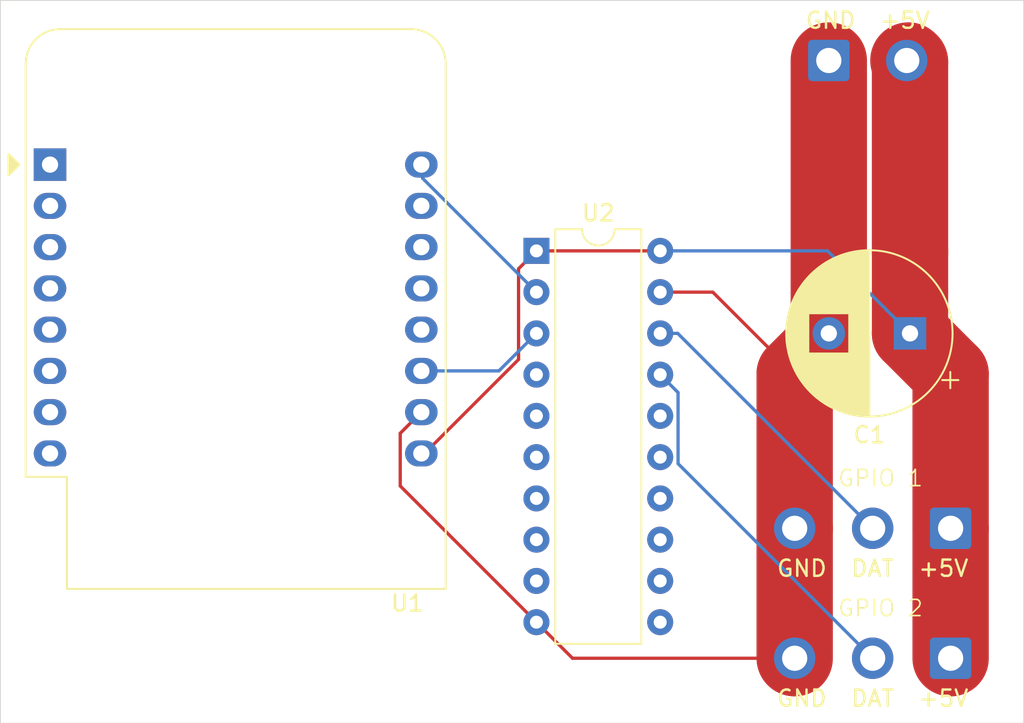
<source format=kicad_pcb>
(kicad_pcb (version 20240108) (generator "pcbnew") (generator_version "8.0")
  (title_block (comment 4 "AISLER Project ID: MOQZWDAF"))
  (layers (0 "F.Cu" signal) (31 "B.Cu" signal) (34 "B.Paste" user) (35 "F.Paste" user) (36 "B.SilkS" user "B.Silkscreen") (37 "F.SilkS" user "F.Silkscreen") (38 "B.Mask" user) (39 "F.Mask" user) (44 "Edge.Cuts" user))
  (net 0 "")
  (net 1 "+5VD")
  (net 2 "GND")
  (net 8 "Net-(U1-D4)")
  (net 27 "Net-(LED-GPIO1-Pin_2)")
  (net 28 "Net-(LED-GPIO2-Pin_2)")
  (net 30 "Net-(U1-TX)")
  (footprint "Module:WEMOS_D1_mini_light" (layer "F.Cu") (at 77.055 63.11)
    (property "Reference" "U1" (at 22 27 0) (layer "F.SilkS"))
    (property "Value" "WeMos_D1_mini")
    (fp_line (start -1.5 19.22) (end -1.5 -6.21) (stroke (width 0.12)) (layer "F.SilkS"))
    (fp_line (start -1.5 19.22) (end 1.04 19.22) (stroke (width 0.12)) (layer "F.SilkS"))
    (fp_line (start 1.04 19.22) (end 1.04 26.12) (stroke (width 0.12)) (layer "F.SilkS"))
    (fp_line (start 1.04 26.12) (end 24.36 26.12) (stroke (width 0.12)) (layer "F.SilkS"))
    (fp_line (start 22.24 -8.34) (end 0.63 -8.34) (stroke (width 0.12)) (layer "F.SilkS"))
    (fp_line (start 24.36 26.12) (end 24.36 -6.21) (stroke (width 0.12)) (layer "F.SilkS"))
    (fp_arc (start -1.5 -6.21) (mid -0.876137 -7.716137) (end 0.63 -8.34) (stroke (width 0.12)) (layer "F.SilkS"))
    (fp_arc (start 22.23 -8.34) (mid 23.736137 -7.716137) (end 24.36 -6.21) (stroke (width 0.12)) (layer "F.SilkS"))
    (fp_poly (pts (xy -2.54 -0.635) (xy -2.54 0.635) (xy -1.905 0)) (stroke (width 0.15)) (fill solid) (layer "F.SilkS"))
    (pad "1" thru_hole rect (at 0 0) (size 2 2) (drill 1) (layers "*.Cu" "*.Mask"))
    (pad "2" thru_hole oval (at 0 2.54) (size 2 1.6) (drill 1) (layers "*.Cu" "*.Mask"))
    (pad "3" thru_hole oval (at 0 5.08) (size 2 1.6) (drill 1) (layers "*.Cu" "*.Mask"))
    (pad "4" thru_hole oval (at 0 7.62) (size 2 1.6) (drill 1) (layers "*.Cu" "*.Mask"))
    (pad "5" thru_hole oval (at 0 10.16) (size 2 1.6) (drill 1) (layers "*.Cu" "*.Mask"))
    (pad "6" thru_hole oval (at 0 12.7) (size 2 1.6) (drill 1) (layers "*.Cu" "*.Mask"))
    (pad "7" thru_hole oval (at 0 15.24) (size 2 1.6) (drill 1) (layers "*.Cu" "*.Mask"))
    (pad "8" thru_hole oval (at 0 17.78) (size 2 1.6) (drill 1) (layers "*.Cu" "*.Mask"))
    (pad "9" thru_hole oval (at 22.86 17.78) (size 2 1.6) (drill 1) (layers "*.Cu" "*.Mask") (net 1 "+5VD"))
    (pad "10" thru_hole oval (at 22.86 15.24) (size 2 1.6) (drill 1) (layers "*.Cu" "*.Mask") (net 2 "GND"))
    (pad "11" thru_hole oval (at 22.86 12.7) (size 2 1.6) (drill 1) (layers "*.Cu" "*.Mask") (net 8 "Net-(U1-D4)"))
    (pad "12" thru_hole oval (at 22.86 10.16) (size 2 1.6) (drill 1) (layers "*.Cu" "*.Mask"))
    (pad "13" thru_hole oval (at 22.86 7.62) (size 2 1.6) (drill 1) (layers "*.Cu" "*.Mask"))
    (pad "14" thru_hole oval (at 22.86 5.08) (size 2 1.6) (drill 1) (layers "*.Cu" "*.Mask"))
    (pad "15" thru_hole oval (at 22.86 2.54) (size 2 1.6) (drill 1) (layers "*.Cu" "*.Mask"))
    (pad "16" thru_hole oval (at 22.86 0) (size 2 1.6) (drill 1) (layers "*.Cu" "*.Mask") (net 30 "Net-(U1-TX)"))
  )
  (footprint "Connector_Wire:SolderWire-0.75sqmm_1x03_P4.8mm_D1.25mm_OD2.3mm" (layer "F.Cu") (at 132.5 93.5 180)
    (property "Reference" "GND  DAT  +5V" (at 4.8 -2.47 0) (layer "F.SilkS"))
    (property "Value" "Conn_01x03_Socket")
    (pad "1" thru_hole roundrect (at 0 0 180) (size 2.55 2.55) (drill 1.55) (layers "*.Cu" "*.Mask") (roundrect_rratio 0.098039) (net 1 "+5VD"))
    (pad "2" thru_hole circle (at 4.8 0 180) (size 2.55 2.55) (drill 1.55) (layers "*.Cu" "*.Mask") (net 28 "Net-(LED-GPIO2-Pin_2)"))
    (pad "3" thru_hole circle (at 9.6 0 180) (size 2.55 2.55) (drill 1.55) (layers "*.Cu" "*.Mask") (net 2 "GND"))
  )
  (footprint "Capacitor_THT:CP_Radial_D10.0mm_P5.00mm" (layer "F.Cu") (at 130 73.5 180)
    (property "Reference" "C1" (at 2.5 -6.25 360) (layer "F.SilkS"))
    (property "Value" "1000µF")
    (fp_line (start 7.581 -0.599) (end 7.581 0.599) (stroke (width 0.12)) (layer "F.SilkS"))
    (fp_line (start 7.541 -0.862) (end 7.541 0.862) (stroke (width 0.12)) (layer "F.SilkS"))
    (fp_line (start 7.501 -1.062) (end 7.501 1.062) (stroke (width 0.12)) (layer "F.SilkS"))
    (fp_line (start 7.461 -1.23) (end 7.461 1.23) (stroke (width 0.12)) (layer "F.SilkS"))
    (fp_line (start 7.421 -1.378) (end 7.421 1.378) (stroke (width 0.12)) (layer "F.SilkS"))
    (fp_line (start 7.381 -1.51) (end 7.381 1.51) (stroke (width 0.12)) (layer "F.SilkS"))
    (fp_line (start 7.341 -1.63) (end 7.341 1.63) (stroke (width 0.12)) (layer "F.SilkS"))
    (fp_line (start 7.301 -1.742) (end 7.301 1.742) (stroke (width 0.12)) (layer "F.SilkS"))
    (fp_line (start 7.261 -1.846) (end 7.261 1.846) (stroke (width 0.12)) (layer "F.SilkS"))
    (fp_line (start 7.221 -1.944) (end 7.221 1.944) (stroke (width 0.12)) (layer "F.SilkS"))
    (fp_line (start 7.181 -2.037) (end 7.181 2.037) (stroke (width 0.12)) (layer "F.SilkS"))
    (fp_line (start 7.141 -2.125) (end 7.141 2.125) (stroke (width 0.12)) (layer "F.SilkS"))
    (fp_line (start 7.101 -2.209) (end 7.101 2.209) (stroke (width 0.12)) (layer "F.SilkS"))
    (fp_line (start 7.061 -2.289) (end 7.061 2.289) (stroke (width 0.12)) (layer "F.SilkS"))
    (fp_line (start 7.021 -2.365) (end 7.021 2.365) (stroke (width 0.12)) (layer "F.SilkS"))
    (fp_line (start 6.981 -2.439) (end 6.981 2.439) (stroke (width 0.12)) (layer "F.SilkS"))
    (fp_line (start 6.941 -2.51) (end 6.941 2.51) (stroke (width 0.12)) (layer "F.SilkS"))
    (fp_line (start 6.901 -2.579) (end 6.901 2.579) (stroke (width 0.12)) (layer "F.SilkS"))
    (fp_line (start 6.861 -2.645) (end 6.861 2.645) (stroke (width 0.12)) (layer "F.SilkS"))
    (fp_line (start 6.821 -2.709) (end 6.821 2.709) (stroke (width 0.12)) (layer "F.SilkS"))
    (fp_line (start 6.781 -2.77) (end 6.781 2.77) (stroke (width 0.12)) (layer "F.SilkS"))
    (fp_line (start 6.741 -2.83) (end 6.741 2.83) (stroke (width 0.12)) (layer "F.SilkS"))
    (fp_line (start 6.701 -2.889) (end 6.701 2.889) (stroke (width 0.12)) (layer "F.SilkS"))
    (fp_line (start 6.661 -2.945) (end 6.661 2.945) (stroke (width 0.12)) (layer "F.SilkS"))
    (fp_line (start 6.621 -3) (end 6.621 3) (stroke (width 0.12)) (layer "F.SilkS"))
    (fp_line (start 6.581 -3.054) (end 6.581 3.054) (stroke (width 0.12)) (layer "F.SilkS"))
    (fp_line (start 6.541 -3.106) (end 6.541 3.106) (stroke (width 0.12)) (layer "F.SilkS"))
    (fp_line (start 6.501 -3.156) (end 6.501 3.156) (stroke (width 0.12)) (layer "F.SilkS"))
    (fp_line (start 6.461 -3.206) (end 6.461 3.206) (stroke (width 0.12)) (layer "F.SilkS"))
    (fp_line (start 6.421 -3.254) (end 6.421 3.254) (stroke (width 0.12)) (layer "F.SilkS"))
    (fp_line (start 6.381 -3.301) (end 6.381 3.301) (stroke (width 0.12)) (layer "F.SilkS"))
    (fp_line (start 6.341 -3.347) (end 6.341 3.347) (stroke (width 0.12)) (layer "F.SilkS"))
    (fp_line (start 6.301 -3.392) (end 6.301 3.392) (stroke (width 0.12)) (layer "F.SilkS"))
    (fp_line (start 6.261 -3.436) (end 6.261 3.436) (stroke (width 0.12)) (layer "F.SilkS"))
    (fp_line (start 6.221 1.241) (end 6.221 3.478) (stroke (width 0.12)) (layer "F.SilkS"))
    (fp_line (start 6.221 -3.478) (end 6.221 -1.241) (stroke (width 0.12)) (layer "F.SilkS"))
    (fp_line (start 6.181 1.241) (end 6.181 3.52) (stroke (width 0.12)) (layer "F.SilkS"))
    (fp_line (start 6.181 -3.52) (end 6.181 -1.241) (stroke (width 0.12)) (layer "F.SilkS"))
    (fp_line (start 6.141 1.241) (end 6.141 3.561) (stroke (width 0.12)) (layer "F.SilkS"))
    (fp_line (start 6.141 -3.561) (end 6.141 -1.241) (stroke (width 0.12)) (layer "F.SilkS"))
    (fp_line (start 6.101 1.241) (end 6.101 3.601) (stroke (width 0.12)) (layer "F.SilkS"))
    (fp_line (start 6.101 -3.601) (end 6.101 -1.241) (stroke (width 0.12)) (layer "F.SilkS"))
    (fp_line (start 6.061 1.241) (end 6.061 3.64) (stroke (width 0.12)) (layer "F.SilkS"))
    (fp_line (start 6.061 -3.64) (end 6.061 -1.241) (stroke (width 0.12)) (layer "F.SilkS"))
    (fp_line (start 6.021 1.241) (end 6.021 3.679) (stroke (width 0.12)) (layer "F.SilkS"))
    (fp_line (start 6.021 -3.679) (end 6.021 -1.241) (stroke (width 0.12)) (layer "F.SilkS"))
    (fp_line (start 5.981 1.241) (end 5.981 3.716) (stroke (width 0.12)) (layer "F.SilkS"))
    (fp_line (start 5.981 -3.716) (end 5.981 -1.241) (stroke (width 0.12)) (layer "F.SilkS"))
    (fp_line (start 5.941 1.241) (end 5.941 3.753) (stroke (width 0.12)) (layer "F.SilkS"))
    (fp_line (start 5.941 -3.753) (end 5.941 -1.241) (stroke (width 0.12)) (layer "F.SilkS"))
    (fp_line (start 5.901 1.241) (end 5.901 3.789) (stroke (width 0.12)) (layer "F.SilkS"))
    (fp_line (start 5.901 -3.789) (end 5.901 -1.241) (stroke (width 0.12)) (layer "F.SilkS"))
    (fp_line (start 5.861 1.241) (end 5.861 3.824) (stroke (width 0.12)) (layer "F.SilkS"))
    (fp_line (start 5.861 -3.824) (end 5.861 -1.241) (stroke (width 0.12)) (layer "F.SilkS"))
    (fp_line (start 5.821 1.241) (end 5.821 3.858) (stroke (width 0.12)) (layer "F.SilkS"))
    (fp_line (start 5.821 -3.858) (end 5.821 -1.241) (stroke (width 0.12)) (layer "F.SilkS"))
    (fp_line (start 5.781 1.241) (end 5.781 3.892) (stroke (width 0.12)) (layer "F.SilkS"))
    (fp_line (start 5.781 -3.892) (end 5.781 -1.241) (stroke (width 0.12)) (layer "F.SilkS"))
    (fp_line (start 5.741 1.241) (end 5.741 3.925) (stroke (width 0.12)) (layer "F.SilkS"))
    (fp_line (start 5.741 -3.925) (end 5.741 -1.241) (stroke (width 0.12)) (layer "F.SilkS"))
    (fp_line (start 5.701 1.241) (end 5.701 3.957) (stroke (width 0.12)) (layer "F.SilkS"))
    (fp_line (start 5.701 -3.957) (end 5.701 -1.241) (stroke (width 0.12)) (layer "F.SilkS"))
    (fp_line (start 5.661 1.241) (end 5.661 3.989) (stroke (width 0.12)) (layer "F.SilkS"))
    (fp_line (start 5.661 -3.989) (end 5.661 -1.241) (stroke (width 0.12)) (layer "F.SilkS"))
    (fp_line (start 5.621 1.241) (end 5.621 4.02) (stroke (width 0.12)) (layer "F.SilkS"))
    (fp_line (start 5.621 -4.02) (end 5.621 -1.241) (stroke (width 0.12)) (layer "F.SilkS"))
    (fp_line (start 5.581 1.241) (end 5.581 4.05) (stroke (width 0.12)) (layer "F.SilkS"))
    (fp_line (start 5.581 -4.05) (end 5.581 -1.241) (stroke (width 0.12)) (layer "F.SilkS"))
    (fp_line (start 5.541 1.241) (end 5.541 4.08) (stroke (width 0.12)) (layer "F.SilkS"))
    (fp_line (start 5.541 -4.08) (end 5.541 -1.241) (stroke (width 0.12)) (layer "F.SilkS"))
    (fp_line (start 5.501 1.241) (end 5.501 4.11) (stroke (width 0.12)) (layer "F.SilkS"))
    (fp_line (start 5.501 -4.11) (end 5.501 -1.241) (stroke (width 0.12)) (layer "F.SilkS"))
    (fp_line (start 5.461 1.241) (end 5.461 4.138) (stroke (width 0.12)) (layer "F.SilkS"))
    (fp_line (start 5.461 -4.138) (end 5.461 -1.241) (stroke (width 0.12)) (layer "F.SilkS"))
    (fp_line (start 5.421 1.241) (end 5.421 4.166) (stroke (width 0.12)) (layer "F.SilkS"))
    (fp_line (start 5.421 -4.166) (end 5.421 -1.241) (stroke (width 0.12)) (layer "F.SilkS"))
    (fp_line (start 5.381 1.241) (end 5.381 4.194) (stroke (width 0.12)) (layer "F.SilkS"))
    (fp_line (start 5.381 -4.194) (end 5.381 -1.241) (stroke (width 0.12)) (layer "F.SilkS"))
    (fp_line (start 5.341 1.241) (end 5.341 4.221) (stroke (width 0.12)) (layer "F.SilkS"))
    (fp_line (start 5.341 -4.221) (end 5.341 -1.241) (stroke (width 0.12)) (layer "F.SilkS"))
    (fp_line (start 5.301 1.241) (end 5.301 4.247) (stroke (width 0.12)) (layer "F.SilkS"))
    (fp_line (start 5.301 -4.247) (end 5.301 -1.241) (stroke (width 0.12)) (layer "F.SilkS"))
    (fp_line (start 5.261 1.241) (end 5.261 4.273) (stroke (width 0.12)) (layer "F.SilkS"))
    (fp_line (start 5.261 -4.273) (end 5.261 -1.241) (stroke (width 0.12)) (layer "F.SilkS"))
    (fp_line (start 5.221 1.241) (end 5.221 4.298) (stroke (width 0.12)) (layer "F.SilkS"))
    (fp_line (start 5.221 -4.298) (end 5.221 -1.241) (stroke (width 0.12)) (layer "F.SilkS"))
    (fp_line (start 5.181 1.241) (end 5.181 4.323) (stroke (width 0.12)) (layer "F.SilkS"))
    (fp_line (start 5.181 -4.323) (end 5.181 -1.241) (stroke (width 0.12)) (layer "F.SilkS"))
    (fp_line (start 5.141 1.241) (end 5.141 4.347) (stroke (width 0.12)) (layer "F.SilkS"))
    (fp_line (start 5.141 -4.347) (end 5.141 -1.241) (stroke (width 0.12)) (layer "F.SilkS"))
    (fp_line (start 5.101 1.241) (end 5.101 4.371) (stroke (width 0.12)) (layer "F.SilkS"))
    (fp_line (start 5.101 -4.371) (end 5.101 -1.241) (stroke (width 0.12)) (layer "F.SilkS"))
    (fp_line (start 5.061 1.241) (end 5.061 4.395) (stroke (width 0.12)) (layer "F.SilkS"))
    (fp_line (start 5.061 -4.395) (end 5.061 -1.241) (stroke (width 0.12)) (layer "F.SilkS"))
    (fp_line (start 5.021 1.241) (end 5.021 4.417) (stroke (width 0.12)) (layer "F.SilkS"))
    (fp_line (start 5.021 -4.417) (end 5.021 -1.241) (stroke (width 0.12)) (layer "F.SilkS"))
    (fp_line (start 4.981 1.241) (end 4.981 4.44) (stroke (width 0.12)) (layer "F.SilkS"))
    (fp_line (start 4.981 -4.44) (end 4.981 -1.241) (stroke (width 0.12)) (layer "F.SilkS"))
    (fp_line (start 4.941 1.241) (end 4.941 4.462) (stroke (width 0.12)) (layer "F.SilkS"))
    (fp_line (start 4.941 -4.462) (end 4.941 -1.241) (stroke (width 0.12)) (layer "F.SilkS"))
    (fp_line (start 4.901 1.241) (end 4.901 4.483) (stroke (width 0.12)) (layer "F.SilkS"))
    (fp_line (start 4.901 -4.483) (end 4.901 -1.241) (stroke (width 0.12)) (layer "F.SilkS"))
    (fp_line (start 4.861 1.241) (end 4.861 4.504) (stroke (width 0.12)) (layer "F.SilkS"))
    (fp_line (start 4.861 -4.504) (end 4.861 -1.241) (stroke (width 0.12)) (layer "F.SilkS"))
    (fp_line (start 4.821 1.241) (end 4.821 4.525) (stroke (width 0.12)) (layer "F.SilkS"))
    (fp_line (start 4.821 -4.525) (end 4.821 -1.241) (stroke (width 0.12)) (layer "F.SilkS"))
    (fp_line (start 4.781 1.241) (end 4.781 4.545) (stroke (width 0.12)) (layer "F.SilkS"))
    (fp_line (start 4.781 -4.545) (end 4.781 -1.241) (stroke (width 0.12)) (layer "F.SilkS"))
    (fp_line (start 4.741 1.241) (end 4.741 4.564) (stroke (width 0.12)) (layer "F.SilkS"))
    (fp_line (start 4.741 -4.564) (end 4.741 -1.241) (stroke (width 0.12)) (layer "F.SilkS"))
    (fp_line (start 4.701 1.241) (end 4.701 4.584) (stroke (width 0.12)) (layer "F.SilkS"))
    (fp_line (start 4.701 -4.584) (end 4.701 -1.241) (stroke (width 0.12)) (layer "F.SilkS"))
    (fp_line (start 4.661 1.241) (end 4.661 4.603) (stroke (width 0.12)) (layer "F.SilkS"))
    (fp_line (start 4.661 -4.603) (end 4.661 -1.241) (stroke (width 0.12)) (layer "F.SilkS"))
    (fp_line (start 4.621 1.241) (end 4.621 4.621) (stroke (width 0.12)) (layer "F.SilkS"))
    (fp_line (start 4.621 -4.621) (end 4.621 -1.241) (stroke (width 0.12)) (layer "F.SilkS"))
    (fp_line (start 4.581 1.241) (end 4.581 4.639) (stroke (width 0.12)) (layer "F.SilkS"))
    (fp_line (start 4.581 -4.639) (end 4.581 -1.241) (stroke (width 0.12)) (layer "F.SilkS"))
    (fp_line (start 4.541 1.241) (end 4.541 4.657) (stroke (width 0.12)) (layer "F.SilkS"))
    (fp_line (start 4.541 -4.657) (end 4.541 -1.241) (stroke (width 0.12)) (layer "F.SilkS"))
    (fp_line (start 4.501 1.241) (end 4.501 4.674) (stroke (width 0.12)) (layer "F.SilkS"))
    (fp_line (start 4.501 -4.674) (end 4.501 -1.241) (stroke (width 0.12)) (layer "F.SilkS"))
    (fp_line (start 4.461 1.241) (end 4.461 4.69) (stroke (width 0.12)) (layer "F.SilkS"))
    (fp_line (start 4.461 -4.69) (end 4.461 -1.241) (stroke (width 0.12)) (layer "F.SilkS"))
    (fp_line (start 4.421 1.241) (end 4.421 4.707) (stroke (width 0.12)) (layer "F.SilkS"))
    (fp_line (start 4.421 -4.707) (end 4.421 -1.241) (stroke (width 0.12)) (layer "F.SilkS"))
    (fp_line (start 4.381 1.241) (end 4.381 4.723) (stroke (width 0.12)) (layer "F.SilkS"))
    (fp_line (start 4.381 -4.723) (end 4.381 -1.241) (stroke (width 0.12)) (layer "F.SilkS"))
    (fp_line (start 4.341 1.241) (end 4.341 4.738) (stroke (width 0.12)) (layer "F.SilkS"))
    (fp_line (start 4.341 -4.738) (end 4.341 -1.241) (stroke (width 0.12)) (layer "F.SilkS"))
    (fp_line (start 4.301 1.241) (end 4.301 4.754) (stroke (width 0.12)) (layer "F.SilkS"))
    (fp_line (start 4.301 -4.754) (end 4.301 -1.241) (stroke (width 0.12)) (layer "F.SilkS"))
    (fp_line (start 4.261 1.241) (end 4.261 4.768) (stroke (width 0.12)) (layer "F.SilkS"))
    (fp_line (start 4.261 -4.768) (end 4.261 -1.241) (stroke (width 0.12)) (layer "F.SilkS"))
    (fp_line (start 4.221 1.241) (end 4.221 4.783) (stroke (width 0.12)) (layer "F.SilkS"))
    (fp_line (start 4.221 -4.783) (end 4.221 -1.241) (stroke (width 0.12)) (layer "F.SilkS"))
    (fp_line (start 4.181 1.241) (end 4.181 4.797) (stroke (width 0.12)) (layer "F.SilkS"))
    (fp_line (start 4.181 -4.797) (end 4.181 -1.241) (stroke (width 0.12)) (layer "F.SilkS"))
    (fp_line (start 4.141 1.241) (end 4.141 4.811) (stroke (width 0.12)) (layer "F.SilkS"))
    (fp_line (start 4.141 -4.811) (end 4.141 -1.241) (stroke (width 0.12)) (layer "F.SilkS"))
    (fp_line (start 4.101 1.241) (end 4.101 4.824) (stroke (width 0.12)) (layer "F.SilkS"))
    (fp_line (start 4.101 -4.824) (end 4.101 -1.241) (stroke (width 0.12)) (layer "F.SilkS"))
    (fp_line (start 4.061 1.241) (end 4.061 4.837) (stroke (width 0.12)) (layer "F.SilkS"))
    (fp_line (start 4.061 -4.837) (end 4.061 -1.241) (stroke (width 0.12)) (layer "F.SilkS"))
    (fp_line (start 4.021 1.241) (end 4.021 4.85) (stroke (width 0.12)) (layer "F.SilkS"))
    (fp_line (start 4.021 -4.85) (end 4.021 -1.241) (stroke (width 0.12)) (layer "F.SilkS"))
    (fp_line (start 3.981 1.241) (end 3.981 4.862) (stroke (width 0.12)) (layer "F.SilkS"))
    (fp_line (start 3.981 -4.862) (end 3.981 -1.241) (stroke (width 0.12)) (layer "F.SilkS"))
    (fp_line (start 3.941 1.241) (end 3.941 4.874) (stroke (width 0.12)) (layer "F.SilkS"))
    (fp_line (start 3.941 -4.874) (end 3.941 -1.241) (stroke (width 0.12)) (layer "F.SilkS"))
    (fp_line (start 3.901 1.241) (end 3.901 4.885) (stroke (width 0.12)) (layer "F.SilkS"))
    (fp_line (start 3.901 -4.885) (end 3.901 -1.241) (stroke (width 0.12)) (layer "F.SilkS"))
    (fp_line (start 3.861 1.241) (end 3.861 4.897) (stroke (width 0.12)) (layer "F.SilkS"))
    (fp_line (start 3.861 -4.897) (end 3.861 -1.241) (stroke (width 0.12)) (layer "F.SilkS"))
    (fp_line (start 3.821 1.241) (end 3.821 4.907) (stroke (width 0.12)) (layer "F.SilkS"))
    (fp_line (start 3.821 -4.907) (end 3.821 -1.241) (stroke (width 0.12)) (layer "F.SilkS"))
    (fp_line (start 3.781 1.241) (end 3.781 4.918) (stroke (width 0.12)) (layer "F.SilkS"))
    (fp_line (start 3.781 -4.918) (end 3.781 -1.241) (stroke (width 0.12)) (layer "F.SilkS"))
    (fp_line (start 3.741 -4.928) (end 3.741 4.928) (stroke (width 0.12)) (layer "F.SilkS"))
    (fp_line (start 3.701 -4.938) (end 3.701 4.938) (stroke (width 0.12)) (layer "F.SilkS"))
    (fp_line (start 3.661 -4.947) (end 3.661 4.947) (stroke (width 0.12)) (layer "F.SilkS"))
    (fp_line (start 3.621 -4.956) (end 3.621 4.956) (stroke (width 0.12)) (layer "F.SilkS"))
    (fp_line (start 3.581 -4.965) (end 3.581 4.965) (stroke (width 0.12)) (layer "F.SilkS"))
    (fp_line (start 3.541 -4.974) (end 3.541 4.974) (stroke (width 0.12)) (layer "F.SilkS"))
    (fp_line (start 3.501 -4.982) (end 3.501 4.982) (stroke (width 0.12)) (layer "F.SilkS"))
    (fp_line (start 3.461 -4.99) (end 3.461 4.99) (stroke (width 0.12)) (layer "F.SilkS"))
    (fp_line (start 3.421 -4.997) (end 3.421 4.997) (stroke (width 0.12)) (layer "F.SilkS"))
    (fp_line (start 3.381 -5.004) (end 3.381 5.004) (stroke (width 0.12)) (layer "F.SilkS"))
    (fp_line (start 3.341 -5.011) (end 3.341 5.011) (stroke (width 0.12)) (layer "F.SilkS"))
    (fp_line (start 3.301 -5.018) (end 3.301 5.018) (stroke (width 0.12)) (layer "F.SilkS"))
    (fp_line (start 3.261 -5.024) (end 3.261 5.024) (stroke (width 0.12)) (layer "F.SilkS"))
    (fp_line (start 3.221 -5.03) (end 3.221 5.03) (stroke (width 0.12)) (layer "F.SilkS"))
    (fp_line (start 3.18 -5.035) (end 3.18 5.035) (stroke (width 0.12)) (layer "F.SilkS"))
    (fp_line (start 3.14 -5.04) (end 3.14 5.04) (stroke (width 0.12)) (layer "F.SilkS"))
    (fp_line (start 3.1 -5.045) (end 3.1 5.045) (stroke (width 0.12)) (layer "F.SilkS"))
    (fp_line (start 3.06 -5.05) (end 3.06 5.05) (stroke (width 0.12)) (layer "F.SilkS"))
    (fp_line (start 3.02 -5.054) (end 3.02 5.054) (stroke (width 0.12)) (layer "F.SilkS"))
    (fp_line (start 2.98 -5.058) (end 2.98 5.058) (stroke (width 0.12)) (layer "F.SilkS"))
    (fp_line (start 2.94 -5.062) (end 2.94 5.062) (stroke (width 0.12)) (layer "F.SilkS"))
    (fp_line (start 2.9 -5.065) (end 2.9 5.065) (stroke (width 0.12)) (layer "F.SilkS"))
    (fp_line (start 2.86 -5.068) (end 2.86 5.068) (stroke (width 0.12)) (layer "F.SilkS"))
    (fp_line (start 2.82 -5.07) (end 2.82 5.07) (stroke (width 0.12)) (layer "F.SilkS"))
    (fp_line (start 2.78 -5.073) (end 2.78 5.073) (stroke (width 0.12)) (layer "F.SilkS"))
    (fp_line (start 2.74 -5.075) (end 2.74 5.075) (stroke (width 0.12)) (layer "F.SilkS"))
    (fp_line (start 2.7 -5.077) (end 2.7 5.077) (stroke (width 0.12)) (layer "F.SilkS"))
    (fp_line (start 2.66 -5.078) (end 2.66 5.078) (stroke (width 0.12)) (layer "F.SilkS"))
    (fp_line (start 2.62 -5.079) (end 2.62 5.079) (stroke (width 0.12)) (layer "F.SilkS"))
    (fp_line (start 2.58 -5.08) (end 2.58 5.08) (stroke (width 0.12)) (layer "F.SilkS"))
    (fp_line (start 2.54 -5.08) (end 2.54 5.08) (stroke (width 0.12)) (layer "F.SilkS"))
    (fp_line (start 2.5 -5.08) (end 2.5 5.08) (stroke (width 0.12)) (layer "F.SilkS"))
    (fp_line (start -2.479646 -3.375) (end -2.479646 -2.375) (stroke (width 0.12)) (layer "F.SilkS"))
    (fp_line (start -2.979646 -2.875) (end -1.979646 -2.875) (stroke (width 0.12)) (layer "F.SilkS"))
    (fp_circle (center 2.5 0) (end 7.62 0) (stroke (width 0.12)) (fill none) (layer "F.SilkS"))
    (pad "1" thru_hole rect (at 0 0 180) (size 2 2) (drill 1) (layers "*.Cu" "*.Mask") (net 1 "+5VD"))
    (pad "2" thru_hole circle (at 5 0 180) (size 2 2) (drill 1) (layers "*.Cu" "*.Mask") (net 2 "GND"))
  )
  (footprint "Package_DIP:DIP-20_W7.62mm" (layer "F.Cu") (at 107 68.42)
    (property "Reference" "U2" (at 3.81 -2.33 360) (layer "F.SilkS"))
    (property "Value" "74HCT245")
    (fp_line (start 1.16 -1.33) (end 1.16 24.19) (stroke (width 0.12)) (layer "F.SilkS"))
    (fp_line (start 1.16 24.19) (end 6.46 24.19) (stroke (width 0.12)) (layer "F.SilkS"))
    (fp_line (start 2.81 -1.33) (end 1.16 -1.33) (stroke (width 0.12)) (layer "F.SilkS"))
    (fp_line (start 6.46 -1.33) (end 4.81 -1.33) (stroke (width 0.12)) (layer "F.SilkS"))
    (fp_line (start 6.46 24.19) (end 6.46 -1.33) (stroke (width 0.12)) (layer "F.SilkS"))
    (fp_arc (start 4.81 -1.33) (mid 3.81 -0.33) (end 2.81 -1.33) (stroke (width 0.12)) (layer "F.SilkS"))
    (pad "1" thru_hole rect (at 0 0) (size 1.6 1.6) (drill 0.8) (layers "*.Cu" "*.Mask") (net 1 "+5VD"))
    (pad "2" thru_hole oval (at 0 2.54) (size 1.6 1.6) (drill 0.8) (layers "*.Cu" "*.Mask") (net 30 "Net-(U1-TX)"))
    (pad "3" thru_hole oval (at 0 5.08) (size 1.6 1.6) (drill 0.8) (layers "*.Cu" "*.Mask") (net 8 "Net-(U1-D4)"))
    (pad "4" thru_hole oval (at 0 7.62) (size 1.6 1.6) (drill 0.8) (layers "*.Cu" "*.Mask"))
    (pad "5" thru_hole oval (at 0 10.16) (size 1.6 1.6) (drill 0.8) (layers "*.Cu" "*.Mask"))
    (pad "6" thru_hole oval (at 0 12.7) (size 1.6 1.6) (drill 0.8) (layers "*.Cu" "*.Mask"))
    (pad "7" thru_hole oval (at 0 15.24) (size 1.6 1.6) (drill 0.8) (layers "*.Cu" "*.Mask"))
    (pad "8" thru_hole oval (at 0 17.78) (size 1.6 1.6) (drill 0.8) (layers "*.Cu" "*.Mask"))
    (pad "9" thru_hole oval (at 0 20.32) (size 1.6 1.6) (drill 0.8) (layers "*.Cu" "*.Mask"))
    (pad "10" thru_hole oval (at 0 22.86) (size 1.6 1.6) (drill 0.8) (layers "*.Cu" "*.Mask") (net 2 "GND"))
    (pad "11" thru_hole oval (at 7.62 22.86) (size 1.6 1.6) (drill 0.8) (layers "*.Cu" "*.Mask"))
    (pad "12" thru_hole oval (at 7.62 20.32) (size 1.6 1.6) (drill 0.8) (layers "*.Cu" "*.Mask"))
    (pad "13" thru_hole oval (at 7.62 17.78) (size 1.6 1.6) (drill 0.8) (layers "*.Cu" "*.Mask"))
    (pad "14" thru_hole oval (at 7.62 15.24) (size 1.6 1.6) (drill 0.8) (layers "*.Cu" "*.Mask"))
    (pad "15" thru_hole oval (at 7.62 12.7) (size 1.6 1.6) (drill 0.8) (layers "*.Cu" "*.Mask"))
    (pad "16" thru_hole oval (at 7.62 10.16) (size 1.6 1.6) (drill 0.8) (layers "*.Cu" "*.Mask"))
    (pad "17" thru_hole oval (at 7.62 7.62) (size 1.6 1.6) (drill 0.8) (layers "*.Cu" "*.Mask") (net 28 "Net-(LED-GPIO2-Pin_2)"))
    (pad "18" thru_hole oval (at 7.62 5.08) (size 1.6 1.6) (drill 0.8) (layers "*.Cu" "*.Mask") (net 27 "Net-(LED-GPIO1-Pin_2)"))
    (pad "19" thru_hole oval (at 7.62 2.54) (size 1.6 1.6) (drill 0.8) (layers "*.Cu" "*.Mask") (net 2 "GND"))
    (pad "20" thru_hole oval (at 7.62 0) (size 1.6 1.6) (drill 0.8) (layers "*.Cu" "*.Mask") (net 1 "+5VD"))
  )
  (footprint "Connector_Wire:SolderWire-0.75sqmm_1x03_P4.8mm_D1.25mm_OD2.3mm" (layer "F.Cu") (at 132.5 85.5 180)
    (property "Reference" "GND  DAT  +5V" (at 4.8 -2.47 0) (layer "F.SilkS"))
    (property "Value" "Conn_01x03_Socket")
    (pad "1" thru_hole roundrect (at 0 0 180) (size 2.55 2.55) (drill 1.55) (layers "*.Cu" "*.Mask") (roundrect_rratio 0.098039) (net 1 "+5VD"))
    (pad "2" thru_hole circle (at 4.8 0 180) (size 2.55 2.55) (drill 1.55) (layers "*.Cu" "*.Mask") (net 27 "Net-(LED-GPIO1-Pin_2)"))
    (pad "3" thru_hole circle (at 9.6 0 180) (size 2.55 2.55) (drill 1.55) (layers "*.Cu" "*.Mask") (net 2 "GND"))
  )
  (footprint "Connector_Wire:SolderWire-0.75sqmm_1x02_P4.8mm_D1.25mm_OD2.3mm" (layer "F.Cu") (at 125 56.7)
    (property "Reference" "GND  +5V" (at 2.4 -2.47 0) (layer "F.SilkS"))
    (property "Value" "Conn_01x02_Socket")
    (pad "1" thru_hole roundrect (at 0 0) (size 2.55 2.55) (drill 1.55) (layers "*.Cu" "*.Mask") (roundrect_rratio 0.098039) (net 2 "GND"))
    (pad "2" thru_hole circle (at 4.8 0) (size 2.55 2.55) (drill 1.55) (layers "*.Cu" "*.Mask") (net 1 "+5VD"))
  )
  (gr_rect (start 74 53) (end 137 97.5) (stroke (width 0.05)) (fill none) (layer "Edge.Cuts"))
  (gr_text "GPIO 2" (at 125.5 91 0) (layer "F.SilkS") (effects (font (size 1 1) (thickness 0.1)) (justify left bottom)))
  (gr_text "GPIO 1" (at 125.5 83 0) (layer "F.SilkS") (effects (font (size 1 1) (thickness 0.1)) (justify left bottom)))
  (segment (start 99.915 80.89) (end 100.115 80.89) (width 0.2) (layer "F.Cu") (net 1))
  (segment (start 130 68.5) (end 130 56.8) (width 4.7) (layer "F.Cu") (net 1))
  (segment (start 100.115 80.89) (end 105.9 75.105) (width 0.2) (layer "F.Cu") (net 1))
  (segment (start 130 56.8) (end 129.9 56.7) (width 4.7) (layer "F.Cu") (net 1))
  (segment (start 105.9 75.105) (end 105.9 69.52) (width 0.2) (layer "F.Cu") (net 1))
  (segment (start 107 68.42) (end 107 68.5) (width 0.2) (layer "F.Cu") (net 1))
  (segment (start 132.5 85.5) (end 132.5 76) (width 4.7) (layer "F.Cu") (net 1))
  (segment (start 114.62 68.42) (end 107 68.42) (width 0.2) (layer "F.Cu") (net 1))
  (segment (start 105.9 69.52) (end 107 68.42) (width 0.2) (layer "F.Cu") (net 1))
  (segment (start 130 73.5) (end 130 68.5) (width 4.7) (layer "F.Cu") (net 1))
  (segment (start 132.5 76) (end 130 73.5) (width 4.7) (layer "F.Cu") (net 1))
  (segment (start 132.5 93.5) (end 132.5 85.5) (width 4.7) (layer "F.Cu") (net 1))
  (segment (start 124.92 68.42) (end 130 73.5) (width 0.2) (layer "B.Cu") (net 1))
  (segment (start 114.62 68.42) (end 124.92 68.42) (width 0.2) (layer "B.Cu") (net 1))
  (segment (start 98.615 79.65) (end 99.915 78.35) (width 0.2) (layer "F.Cu") (net 2))
  (segment (start 107 91.28) (end 109.22 93.5) (width 0.2) (layer "F.Cu") (net 2))
  (segment (start 125 73.5) (end 125 56.7) (width 4.7) (layer "F.Cu") (net 2))
  (segment (start 117.86 70.96) (end 122.9 76) (width 0.2) (layer "F.Cu") (net 2))
  (segment (start 122.9 85.5) (end 122.9 93.5) (width 4.7) (layer "F.Cu") (net 2))
  (segment (start 114.62 70.96) (end 117.86 70.96) (width 0.2) (layer "F.Cu") (net 2))
  (segment (start 98.615 82.895) (end 98.615 79.65) (width 0.2) (layer "F.Cu") (net 2))
  (segment (start 125 73.9) (end 122.9 76) (width 4.7) (layer "F.Cu") (net 2))
  (segment (start 109.22 93.5) (end 122.9 93.5) (width 0.2) (layer "F.Cu") (net 2))
  (segment (start 107 91.28) (end 98.615 82.895) (width 0.2) (layer "F.Cu") (net 2))
  (segment (start 122.9 76) (end 122.9 85.5) (width 4.7) (layer "F.Cu") (net 2))
  (segment (start 125 73.5) (end 125 73.9) (width 4.7) (layer "F.Cu") (net 2))
  (segment (start 104.69 75.81) (end 107 73.5) (width 0.2) (layer "B.Cu") (net 8))
  (segment (start 99.915 75.81) (end 104.69 75.81) (width 0.2) (layer "B.Cu") (net 8))
  (segment (start 114.62 73.5) (end 115.7 73.5) (width 0.2) (layer "B.Cu") (net 27))
  (segment (start 115.7 73.5) (end 127.7 85.5) (width 0.2) (layer "B.Cu") (net 27))
  (segment (start 115.72 77.14) (end 115.72 81.52) (width 0.2) (layer "B.Cu") (net 28))
  (segment (start 115.72 81.52) (end 127.7 93.5) (width 0.2) (layer "B.Cu") (net 28))
  (segment (start 114.62 76.04) (end 115.72 77.14) (width 0.2) (layer "B.Cu") (net 28))
  (segment (start 99.915 63.11) (end 99.915 63.415) (width 0.2) (layer "B.Cu") (net 30))
  (segment (start 100 63.5) (end 100 63.96) (width 0.2) (layer "B.Cu") (net 30))
  (segment (start 99.915 63.415) (end 100 63.5) (width 0.2) (layer "B.Cu") (net 30))
  (segment (start 100 63.96) (end 107 70.96) (width 0.2) (layer "B.Cu") (net 30))
)
</source>
